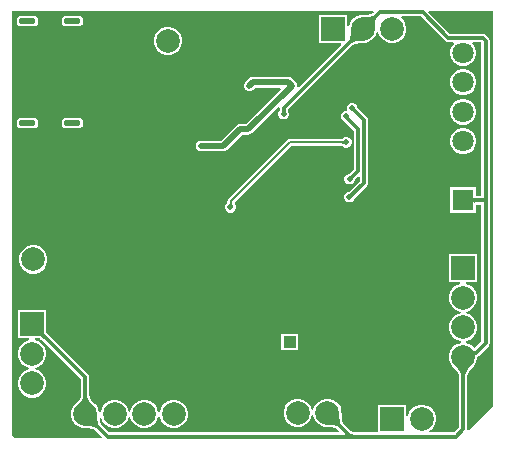
<source format=gbr>
G04*
G04 #@! TF.GenerationSoftware,Altium Limited,Altium Designer,22.4.2 (48)*
G04*
G04 Layer_Physical_Order=2*
G04 Layer_Color=16711680*
%FSLAX25Y25*%
%MOIN*%
G70*
G04*
G04 #@! TF.SameCoordinates,BD52291B-EC81-4074-921C-677567915CDC*
G04*
G04*
G04 #@! TF.FilePolarity,Positive*
G04*
G01*
G75*
%ADD10C,0.00787*%
%ADD11C,0.01181*%
%ADD44R,0.03937X0.03937*%
%ADD56C,0.01968*%
%ADD57R,0.07874X0.07874*%
%ADD58C,0.07874*%
%ADD59C,0.07087*%
%ADD60R,0.07087X0.07087*%
%ADD61R,0.07874X0.07874*%
%ADD62C,0.03937*%
G04:AMPARAMS|DCode=63|XSize=55.12mil|YSize=19.68mil|CornerRadius=4.92mil|HoleSize=0mil|Usage=FLASHONLY|Rotation=0.000|XOffset=0mil|YOffset=0mil|HoleType=Round|Shape=RoundedRectangle|*
%AMROUNDEDRECTD63*
21,1,0.05512,0.00984,0,0,0.0*
21,1,0.04528,0.01968,0,0,0.0*
1,1,0.00984,0.02264,-0.00492*
1,1,0.00984,-0.02264,-0.00492*
1,1,0.00984,-0.02264,0.00492*
1,1,0.00984,0.02264,0.00492*
%
%ADD63ROUNDEDRECTD63*%
%ADD64C,0.01968*%
G36*
X121839Y141542D02*
X121459Y141163D01*
X121430Y141138D01*
X121270Y141036D01*
X121058Y140936D01*
X120794Y140841D01*
X120477Y140757D01*
X120110Y140686D01*
X119702Y140632D01*
X118708Y140570D01*
X118145Y140566D01*
X118071Y140551D01*
X117488D01*
X116287Y140229D01*
X115209Y139607D01*
X114330Y138728D01*
X113708Y137650D01*
X113492Y136846D01*
X112992Y136911D01*
Y140551D01*
X103543D01*
Y131102D01*
X110746D01*
X110937Y130640D01*
X96722Y116425D01*
X96522Y116491D01*
X96260Y116670D01*
Y116755D01*
X96295Y116929D01*
X96260Y117104D01*
Y117281D01*
X96192Y117446D01*
X96157Y117620D01*
X96058Y117768D01*
X95990Y117933D01*
X95864Y118059D01*
X95766Y118206D01*
X94584Y119387D01*
X93998Y119779D01*
X93307Y119917D01*
X81496D01*
X80805Y119779D01*
X80219Y119387D01*
X79038Y118206D01*
X78939Y118059D01*
X78813Y117933D01*
X78745Y117768D01*
X78646Y117620D01*
X78611Y117446D01*
X78543Y117281D01*
Y117104D01*
X78509Y116929D01*
X78543Y116755D01*
Y116577D01*
X78611Y116412D01*
X78646Y116238D01*
X78745Y116090D01*
X78813Y115926D01*
X78939Y115800D01*
X79038Y115652D01*
X79186Y115553D01*
X79311Y115427D01*
X79476Y115359D01*
X79624Y115260D01*
X79798Y115226D01*
X79963Y115157D01*
X80141D01*
X80315Y115123D01*
X80489Y115157D01*
X80667D01*
X80832Y115226D01*
X81006Y115260D01*
X81154Y115359D01*
X81318Y115427D01*
X81444Y115553D01*
X81592Y115652D01*
X82244Y116304D01*
X90655D01*
X90846Y115842D01*
X79173Y104169D01*
X77165D01*
X76474Y104031D01*
X75888Y103639D01*
X70905Y98657D01*
X64173D01*
X63999Y98622D01*
X63821D01*
X63657Y98554D01*
X63482Y98519D01*
X63334Y98420D01*
X63170Y98352D01*
X63044Y98226D01*
X62896Y98128D01*
X62797Y97980D01*
X62671Y97854D01*
X62603Y97690D01*
X62504Y97542D01*
X62470Y97367D01*
X62402Y97203D01*
Y97025D01*
X62367Y96850D01*
X62402Y96676D01*
Y96498D01*
X62470Y96334D01*
X62504Y96159D01*
X62603Y96011D01*
X62671Y95847D01*
X62797Y95721D01*
X62896Y95573D01*
X63044Y95474D01*
X63170Y95349D01*
X63334Y95280D01*
X63482Y95182D01*
X63657Y95147D01*
X63821Y95079D01*
X63999D01*
X64173Y95044D01*
X71653D01*
X71828Y95079D01*
X72006D01*
X72170Y95147D01*
X72345Y95182D01*
X72493Y95280D01*
X72657Y95349D01*
X72783Y95474D01*
X72931Y95573D01*
X77914Y100556D01*
X79921D01*
X80612Y100693D01*
X81199Y101085D01*
X90031Y109918D01*
X90492Y109672D01*
X90478Y109599D01*
Y108731D01*
X90230Y108484D01*
X89961Y107833D01*
Y107128D01*
X90230Y106477D01*
X90729Y105978D01*
X91380Y105709D01*
X92085D01*
X92736Y105978D01*
X93234Y106477D01*
X93504Y107128D01*
Y107833D01*
X93295Y108338D01*
X93288Y108448D01*
Y109018D01*
X114761Y130491D01*
X114790Y130516D01*
X114951Y130617D01*
X115162Y130718D01*
X115427Y130812D01*
X115743Y130896D01*
X116110Y130967D01*
X116519Y131022D01*
X117513Y131084D01*
X118076Y131087D01*
X118150Y131102D01*
X118732D01*
X119934Y131424D01*
X121011Y132046D01*
X121891Y132926D01*
X122513Y134003D01*
X122773Y134974D01*
X123290D01*
X123550Y134003D01*
X124172Y132926D01*
X125052Y132046D01*
X126129Y131424D01*
X127331Y131102D01*
X128575D01*
X129776Y131424D01*
X130854Y132046D01*
X131733Y132926D01*
X132355Y134003D01*
X132677Y135205D01*
Y136449D01*
X132355Y137650D01*
X131733Y138728D01*
X130929Y139532D01*
X131035Y140032D01*
X137509D01*
X145660Y131881D01*
X146116Y131576D01*
X146653Y131469D01*
X148259D01*
X148467Y130969D01*
X148109Y130612D01*
X147539Y129624D01*
X147244Y128523D01*
Y127383D01*
X147539Y126281D01*
X148109Y125294D01*
X148916Y124487D01*
X149903Y123917D01*
X151005Y123622D01*
X152145D01*
X153246Y123917D01*
X154234Y124487D01*
X155040Y125294D01*
X155610Y126281D01*
X155905Y127383D01*
Y128523D01*
X155610Y129624D01*
X155040Y130612D01*
X154683Y130969D01*
X154890Y131469D01*
X157489D01*
X157650Y131308D01*
Y80145D01*
X156031D01*
X155958Y80151D01*
X155905Y80160D01*
Y83071D01*
X147244D01*
Y74410D01*
X155905D01*
Y77320D01*
X155958Y77329D01*
X156031Y77335D01*
X157650D01*
Y31684D01*
X155431Y29466D01*
X155355Y29476D01*
X154476Y30355D01*
X153398Y30977D01*
X152428Y31237D01*
Y31755D01*
X153398Y32015D01*
X154476Y32637D01*
X155355Y33516D01*
X155977Y34594D01*
X156299Y35795D01*
Y37039D01*
X155977Y38241D01*
X155355Y39318D01*
X154476Y40198D01*
X153398Y40820D01*
X152428Y41080D01*
Y41597D01*
X153398Y41857D01*
X154476Y42479D01*
X155355Y43359D01*
X155977Y44436D01*
X156299Y45638D01*
Y46882D01*
X155977Y48083D01*
X155355Y49161D01*
X154476Y50040D01*
X153398Y50662D01*
X152594Y50878D01*
X152659Y51378D01*
X156299D01*
Y60827D01*
X146850D01*
Y51378D01*
X150490D01*
X150556Y50878D01*
X149751Y50662D01*
X148674Y50040D01*
X147794Y49161D01*
X147172Y48083D01*
X146850Y46882D01*
Y45638D01*
X147172Y44436D01*
X147794Y43359D01*
X148674Y42479D01*
X149751Y41857D01*
X150722Y41597D01*
Y41080D01*
X149751Y40820D01*
X148674Y40198D01*
X147794Y39318D01*
X147172Y38241D01*
X146850Y37039D01*
Y35795D01*
X147172Y34594D01*
X147794Y33516D01*
X148674Y32637D01*
X149751Y32015D01*
X150722Y31755D01*
Y31237D01*
X149751Y30977D01*
X148674Y30355D01*
X147794Y29476D01*
X147172Y28398D01*
X146850Y27197D01*
Y25953D01*
X147172Y24751D01*
X147794Y23674D01*
X148206Y23262D01*
X148248Y23199D01*
X148643Y22798D01*
X149303Y22052D01*
X149553Y21724D01*
X149762Y21415D01*
X149926Y21131D01*
X150047Y20877D01*
X150125Y20657D01*
X150167Y20471D01*
X150170Y20434D01*
Y2944D01*
X148631Y1405D01*
X140449D01*
X140315Y1905D01*
X140696Y2125D01*
X141576Y3005D01*
X142198Y4082D01*
X142520Y5283D01*
Y6527D01*
X142198Y7729D01*
X141576Y8806D01*
X140696Y9686D01*
X139619Y10308D01*
X138417Y10630D01*
X137173D01*
X135972Y10308D01*
X134894Y9686D01*
X134015Y8806D01*
X133393Y7729D01*
X133177Y6924D01*
X132677Y6990D01*
Y10630D01*
X123228D01*
Y1405D01*
X115382D01*
X115260Y1418D01*
X115104Y1448D01*
X114955Y1489D01*
X114812Y1542D01*
X114674Y1606D01*
X114539Y1682D01*
X114408Y1771D01*
X114312Y1848D01*
X111635Y4525D01*
X111610Y4554D01*
X111509Y4715D01*
X111408Y4926D01*
X111314Y5190D01*
X111230Y5507D01*
X111159Y5874D01*
X111104Y6283D01*
X111042Y7277D01*
X111039Y7840D01*
X111024Y7914D01*
Y8496D01*
X110702Y9698D01*
X110080Y10775D01*
X109200Y11654D01*
X108123Y12276D01*
X106921Y12598D01*
X105677D01*
X104476Y12276D01*
X103398Y11654D01*
X102519Y10775D01*
X101897Y9698D01*
X101637Y8727D01*
X101119D01*
X100859Y9698D01*
X100237Y10775D01*
X99358Y11654D01*
X98280Y12276D01*
X97079Y12598D01*
X95835D01*
X94633Y12276D01*
X93556Y11654D01*
X92676Y10775D01*
X92054Y9698D01*
X91732Y8496D01*
Y7252D01*
X92054Y6050D01*
X92676Y4973D01*
X93556Y4093D01*
X94633Y3472D01*
X95835Y3150D01*
X97079D01*
X98280Y3472D01*
X99358Y4093D01*
X100237Y4973D01*
X100859Y6050D01*
X101119Y7021D01*
X101637D01*
X101897Y6050D01*
X102519Y4973D01*
X103398Y4093D01*
X104476Y3472D01*
X105677Y3150D01*
X106260D01*
X106334Y3134D01*
X106896Y3131D01*
X107891Y3069D01*
X108299Y3015D01*
X108666Y2944D01*
X108983Y2859D01*
X109247Y2765D01*
X109459Y2664D01*
X109619Y2563D01*
X109648Y2538D01*
X110319Y1867D01*
X110128Y1405D01*
X33653D01*
X30926Y4131D01*
X30902Y4160D01*
X30800Y4321D01*
X30700Y4532D01*
X30605Y4797D01*
X30521Y5113D01*
X30450Y5480D01*
X30395Y5889D01*
X30379Y6158D01*
X30875Y6239D01*
X31031Y5657D01*
X31653Y4579D01*
X32532Y3700D01*
X33610Y3078D01*
X34811Y2756D01*
X36055D01*
X37257Y3078D01*
X38334Y3700D01*
X39213Y4579D01*
X39836Y5657D01*
X40095Y6627D01*
X40613D01*
X40873Y5657D01*
X41495Y4579D01*
X42375Y3700D01*
X43452Y3078D01*
X44654Y2756D01*
X45898D01*
X47099Y3078D01*
X48176Y3700D01*
X49056Y4579D01*
X49678Y5657D01*
X49938Y6627D01*
X50456D01*
X50716Y5657D01*
X51338Y4579D01*
X52217Y3700D01*
X53295Y3078D01*
X54496Y2756D01*
X55740D01*
X56942Y3078D01*
X58019Y3700D01*
X58899Y4579D01*
X59521Y5657D01*
X59842Y6858D01*
Y8102D01*
X59521Y9304D01*
X58899Y10381D01*
X58019Y11261D01*
X56942Y11883D01*
X55740Y12205D01*
X54496D01*
X53295Y11883D01*
X52217Y11261D01*
X51338Y10381D01*
X50716Y9304D01*
X50456Y8334D01*
X49938D01*
X49678Y9304D01*
X49056Y10381D01*
X48176Y11261D01*
X47099Y11883D01*
X45898Y12205D01*
X44654D01*
X43452Y11883D01*
X42375Y11261D01*
X41495Y10381D01*
X40873Y9304D01*
X40613Y8334D01*
X40095D01*
X39836Y9304D01*
X39213Y10381D01*
X38334Y11261D01*
X37257Y11883D01*
X36055Y12205D01*
X34811D01*
X33610Y11883D01*
X32532Y11261D01*
X31653Y10381D01*
X31031Y9304D01*
X30771Y8334D01*
X30253D01*
X29993Y9304D01*
X29371Y10381D01*
X28959Y10793D01*
X28918Y10856D01*
X28522Y11257D01*
X27863Y12003D01*
X27613Y12331D01*
X27403Y12641D01*
X27239Y12924D01*
X27119Y13178D01*
X27040Y13398D01*
X26998Y13584D01*
X26996Y13621D01*
Y19685D01*
X26888Y20223D01*
X26584Y20678D01*
X13000Y34263D01*
X12808Y34469D01*
X12676Y34634D01*
X12598Y34746D01*
Y35130D01*
X12602Y35147D01*
X12598Y35164D01*
Y42126D01*
X3150D01*
Y32677D01*
X6790D01*
X6855Y32177D01*
X6050Y31962D01*
X4973Y31339D01*
X4093Y30460D01*
X3472Y29383D01*
X3150Y28181D01*
Y26937D01*
X3472Y25736D01*
X4093Y24658D01*
X4973Y23779D01*
X6050Y23157D01*
X7021Y22897D01*
Y22379D01*
X6050Y22119D01*
X4973Y21497D01*
X4093Y20617D01*
X3472Y19540D01*
X3150Y18338D01*
Y17095D01*
X3472Y15893D01*
X4093Y14816D01*
X4973Y13936D01*
X6050Y13314D01*
X7252Y12992D01*
X8496D01*
X9698Y13314D01*
X10775Y13936D01*
X11654Y14816D01*
X12276Y15893D01*
X12598Y17095D01*
Y18338D01*
X12276Y19540D01*
X11654Y20617D01*
X10775Y21497D01*
X9698Y22119D01*
X8727Y22379D01*
Y22897D01*
X9698Y23157D01*
X10775Y23779D01*
X11654Y24658D01*
X12276Y25736D01*
X12598Y26937D01*
Y28181D01*
X12276Y29383D01*
X11654Y30460D01*
X10775Y31339D01*
X9698Y31962D01*
X8893Y32177D01*
X8958Y32677D01*
X10112D01*
X10129Y32674D01*
X10146Y32677D01*
X10530D01*
X10633Y32605D01*
X10961Y32328D01*
X24186Y19103D01*
Y13621D01*
X24183Y13584D01*
X24141Y13398D01*
X24062Y13178D01*
X23942Y12924D01*
X23778Y12641D01*
X23568Y12331D01*
X23318Y12003D01*
X22659Y11257D01*
X22264Y10856D01*
X22222Y10793D01*
X21810Y10381D01*
X21188Y9304D01*
X20866Y8102D01*
Y6858D01*
X21188Y5657D01*
X21810Y4579D01*
X22690Y3700D01*
X23767Y3078D01*
X24969Y2756D01*
X25551D01*
X25625Y2741D01*
X26188Y2737D01*
X27182Y2675D01*
X27590Y2621D01*
X27958Y2550D01*
X28274Y2466D01*
X28539Y2371D01*
X28750Y2271D01*
X28911Y2169D01*
X28940Y2145D01*
X31189Y-106D01*
X30998Y-567D01*
X2172D01*
X1204Y400D01*
Y142004D01*
X121648D01*
X121839Y141542D01*
D02*
G37*
G36*
X122950Y139832D02*
X122773Y139624D01*
X122616Y139374D01*
X122477Y139083D01*
X122358Y138749D01*
X122258Y138374D01*
X122177Y137956D01*
X122116Y137496D01*
X122051Y136451D01*
X122047Y135866D01*
X118150Y139764D01*
X118735Y139767D01*
X119780Y139832D01*
X120239Y139894D01*
X120657Y139974D01*
X121033Y140074D01*
X121366Y140194D01*
X121658Y140332D01*
X121908Y140490D01*
X122115Y140667D01*
X122950Y139832D01*
D02*
G37*
G36*
X118071Y131890D02*
X117485Y131886D01*
X116440Y131821D01*
X115981Y131760D01*
X115563Y131679D01*
X115188Y131579D01*
X114854Y131460D01*
X114563Y131321D01*
X114313Y131164D01*
X114105Y130986D01*
X113270Y131822D01*
X113447Y132029D01*
X113605Y132279D01*
X113743Y132571D01*
X113863Y132904D01*
X113963Y133280D01*
X114043Y133697D01*
X114105Y134157D01*
X114170Y135202D01*
X114173Y135787D01*
X118071Y131890D01*
D02*
G37*
G36*
X92474Y108718D02*
X92474Y108607D01*
X92504Y108116D01*
X92512Y108087D01*
X92521Y108070D01*
X91159Y108280D01*
X91184Y108304D01*
X91207Y108338D01*
X91227Y108381D01*
X91244Y108434D01*
X91259Y108496D01*
X91271Y108568D01*
X91287Y108740D01*
X91291Y108841D01*
X91292Y108951D01*
X92474Y108718D01*
D02*
G37*
G36*
X155106Y79809D02*
X155142Y79709D01*
X155201Y79620D01*
X155285Y79543D01*
X155392Y79478D01*
X155524Y79425D01*
X155679Y79384D01*
X155858Y79354D01*
X156061Y79337D01*
X156287Y79331D01*
Y78150D01*
X156061Y78144D01*
X155858Y78126D01*
X155679Y78096D01*
X155524Y78055D01*
X155392Y78002D01*
X155285Y77937D01*
X155201Y77860D01*
X155142Y77772D01*
X155106Y77671D01*
X155094Y77559D01*
Y79921D01*
X155106Y79809D01*
D02*
G37*
G36*
X11732Y35055D02*
X11699Y34947D01*
Y34821D01*
X11732Y34679D01*
X11799Y34521D01*
X11899Y34345D01*
X12033Y34153D01*
X12200Y33944D01*
X12634Y33477D01*
X11799Y32641D01*
X11557Y32875D01*
X11123Y33243D01*
X10931Y33376D01*
X10755Y33477D01*
X10596Y33543D01*
X10454Y33577D01*
X10329D01*
X10221Y33543D01*
X10129Y33477D01*
X11799Y35147D01*
X11732Y35055D01*
D02*
G37*
G36*
X155808Y27265D02*
X155449Y27277D01*
X155061Y28404D01*
X155808Y28446D01*
Y27265D01*
D02*
G37*
G36*
X153919Y23347D02*
X153226Y22562D01*
X152945Y22194D01*
X152707Y21841D01*
X152512Y21505D01*
X152360Y21185D01*
X152252Y20880D01*
X152187Y20592D01*
X152165Y20320D01*
X150984D01*
X150963Y20592D01*
X150898Y20880D01*
X150789Y21185D01*
X150638Y21505D01*
X150443Y21841D01*
X150205Y22194D01*
X149923Y22562D01*
X149230Y23347D01*
X148819Y23763D01*
X154331D01*
X153919Y23347D01*
D02*
G37*
G36*
X26203Y13463D02*
X26268Y13175D01*
X26376Y12870D01*
X26528Y12550D01*
X26722Y12214D01*
X26961Y11862D01*
X27242Y11493D01*
X27935Y10708D01*
X28346Y10292D01*
X22835D01*
X23246Y10708D01*
X23939Y11493D01*
X24220Y11862D01*
X24459Y12214D01*
X24654Y12550D01*
X24805Y12870D01*
X24913Y13175D01*
X24978Y13463D01*
X25000Y13735D01*
X26181D01*
X26203Y13463D01*
D02*
G37*
G36*
X110240Y7249D02*
X110305Y6204D01*
X110366Y5745D01*
X110447Y5327D01*
X110547Y4952D01*
X110666Y4618D01*
X110804Y4326D01*
X110962Y4077D01*
X111140Y3869D01*
X110304Y3034D01*
X110097Y3211D01*
X109847Y3369D01*
X109555Y3507D01*
X109222Y3627D01*
X108846Y3726D01*
X108428Y3807D01*
X107969Y3869D01*
X106924Y3934D01*
X106339Y3937D01*
X110236Y7835D01*
X110240Y7249D01*
D02*
G37*
G36*
X29531Y6855D02*
X29596Y5811D01*
X29657Y5351D01*
X29738Y4933D01*
X29838Y4558D01*
X29957Y4224D01*
X30096Y3933D01*
X30254Y3683D01*
X30431Y3475D01*
X29596Y2640D01*
X29388Y2817D01*
X29138Y2975D01*
X28847Y3114D01*
X28513Y3233D01*
X28137Y3333D01*
X27720Y3413D01*
X27260Y3475D01*
X26215Y3540D01*
X25630Y3543D01*
X29527Y7441D01*
X29531Y6855D01*
D02*
G37*
G36*
X161591Y10341D02*
X153459Y2210D01*
X153158Y2305D01*
X152980Y2437D01*
Y20434D01*
X152983Y20471D01*
X153024Y20657D01*
X153103Y20877D01*
X153223Y21131D01*
X153387Y21415D01*
X153597Y21725D01*
X153847Y22052D01*
X154506Y22798D01*
X154902Y23199D01*
X154944Y23262D01*
X155355Y23674D01*
X155977Y24751D01*
X156299Y25953D01*
Y26548D01*
X156346Y26557D01*
X156802Y26862D01*
X160049Y30109D01*
X160353Y30565D01*
X160460Y31102D01*
Y79432D01*
Y131890D01*
X160353Y132427D01*
X160049Y132883D01*
X159064Y133868D01*
X158608Y134172D01*
X158071Y134279D01*
X147236D01*
X139972Y141542D01*
X140163Y142004D01*
X161591D01*
Y10341D01*
D02*
G37*
G36*
X113753Y1267D02*
X113931Y1125D01*
X114115Y1000D01*
X114306Y891D01*
X114504Y799D01*
X114709Y724D01*
X114921Y666D01*
X115140Y624D01*
X115366Y599D01*
X115599Y591D01*
X114173Y-591D01*
X111566Y591D01*
X111783Y599D01*
X111958Y624D01*
X112094Y666D01*
X112189Y724D01*
X112243Y799D01*
X112258Y891D01*
X112232Y1000D01*
X112166Y1125D01*
X112059Y1267D01*
X111912Y1426D01*
X113583D01*
X113753Y1267D01*
D02*
G37*
%LPC*%
G36*
X23524Y140340D02*
X18996D01*
X18870Y140315D01*
X18504D01*
Y140242D01*
X18497Y140241D01*
X18074Y139958D01*
X17791Y139535D01*
X17692Y139035D01*
Y138051D01*
X17791Y137552D01*
X18074Y137129D01*
X18497Y136846D01*
X18504Y136845D01*
Y136772D01*
X18870D01*
X18996Y136747D01*
X23524D01*
X23650Y136772D01*
X24016D01*
Y136845D01*
X24023Y136846D01*
X24446Y137129D01*
X24729Y137552D01*
X24828Y138051D01*
Y139035D01*
X24729Y139535D01*
X24446Y139958D01*
X24023Y140241D01*
X24016Y140242D01*
Y140315D01*
X23650D01*
X23524Y140340D01*
D02*
G37*
G36*
X8563D02*
X4035D01*
X3909Y140315D01*
X3543D01*
Y140242D01*
X3536Y140241D01*
X3113Y139958D01*
X2830Y139535D01*
X2731Y139035D01*
Y138051D01*
X2830Y137552D01*
X3113Y137129D01*
X3536Y136846D01*
X3543Y136845D01*
Y136772D01*
X3909D01*
X4035Y136747D01*
X8563D01*
X8689Y136772D01*
X9055D01*
Y136845D01*
X9062Y136846D01*
X9486Y137129D01*
X9768Y137552D01*
X9868Y138051D01*
Y139035D01*
X9768Y139535D01*
X9486Y139958D01*
X9062Y140241D01*
X9055Y140242D01*
Y140315D01*
X8689D01*
X8563Y140340D01*
D02*
G37*
G36*
X53772Y136614D02*
X52528D01*
X51326Y136292D01*
X50249Y135670D01*
X49369Y134791D01*
X48747Y133713D01*
X48425Y132512D01*
Y131268D01*
X48747Y130066D01*
X49369Y128989D01*
X50249Y128109D01*
X51326Y127487D01*
X52528Y127165D01*
X53772D01*
X54973Y127487D01*
X56050Y128109D01*
X56930Y128989D01*
X57552Y130066D01*
X57874Y131268D01*
Y132512D01*
X57552Y133713D01*
X56930Y134791D01*
X56050Y135670D01*
X54973Y136292D01*
X53772Y136614D01*
D02*
G37*
G36*
X152145Y122441D02*
X151005D01*
X149903Y122146D01*
X148916Y121576D01*
X148109Y120769D01*
X147539Y119782D01*
X147244Y118680D01*
Y117540D01*
X147539Y116439D01*
X148109Y115451D01*
X148916Y114645D01*
X149903Y114075D01*
X151005Y113779D01*
X152145D01*
X153246Y114075D01*
X154234Y114645D01*
X155040Y115451D01*
X155610Y116439D01*
X155905Y117540D01*
Y118680D01*
X155610Y119782D01*
X155040Y120769D01*
X154234Y121576D01*
X153246Y122146D01*
X152145Y122441D01*
D02*
G37*
G36*
Y112598D02*
X151005D01*
X149903Y112303D01*
X148916Y111733D01*
X148109Y110927D01*
X147539Y109939D01*
X147244Y108838D01*
Y107698D01*
X147539Y106596D01*
X148109Y105609D01*
X148916Y104802D01*
X149903Y104232D01*
X151005Y103937D01*
X152145D01*
X153246Y104232D01*
X154234Y104802D01*
X155040Y105609D01*
X155610Y106596D01*
X155905Y107698D01*
Y108838D01*
X155610Y109939D01*
X155040Y110927D01*
X154234Y111733D01*
X153246Y112303D01*
X152145Y112598D01*
D02*
G37*
G36*
X23524Y106324D02*
X18996D01*
X18870Y106299D01*
X18504D01*
Y106226D01*
X18497Y106225D01*
X18074Y105942D01*
X17791Y105519D01*
X17692Y105020D01*
Y104035D01*
X17791Y103536D01*
X18074Y103113D01*
X18497Y102830D01*
X18504Y102829D01*
Y102756D01*
X18870D01*
X18996Y102731D01*
X23524D01*
X23650Y102756D01*
X24016D01*
Y102829D01*
X24023Y102830D01*
X24446Y103113D01*
X24729Y103536D01*
X24828Y104035D01*
Y105020D01*
X24729Y105519D01*
X24446Y105942D01*
X24023Y106225D01*
X24016Y106226D01*
Y106299D01*
X23650D01*
X23524Y106324D01*
D02*
G37*
G36*
X8563D02*
X4035D01*
X3909Y106299D01*
X3543D01*
Y106226D01*
X3536Y106225D01*
X3113Y105942D01*
X2830Y105519D01*
X2731Y105020D01*
Y104035D01*
X2830Y103536D01*
X3113Y103113D01*
X3536Y102830D01*
X3543Y102829D01*
Y102756D01*
X3909D01*
X4035Y102731D01*
X8563D01*
X8689Y102756D01*
X9055D01*
Y102829D01*
X9062Y102830D01*
X9486Y103113D01*
X9768Y103536D01*
X9868Y104035D01*
Y105020D01*
X9768Y105519D01*
X9486Y105942D01*
X9062Y106225D01*
X9055Y106226D01*
Y106299D01*
X8689D01*
X8563Y106324D01*
D02*
G37*
G36*
X112951Y99803D02*
X112246D01*
X111595Y99533D01*
X111403Y99341D01*
X111347Y99307D01*
X111313Y99275D01*
X111305Y99269D01*
X111296Y99263D01*
X111286Y99258D01*
X111272Y99252D01*
X111252Y99245D01*
X111227Y99239D01*
X111207Y99236D01*
X93701D01*
X93240Y99144D01*
X92849Y98883D01*
X92849Y98883D01*
X73361Y79395D01*
X73100Y79004D01*
X73008Y78543D01*
X73008Y78543D01*
Y77876D01*
X72514Y77381D01*
X72244Y76730D01*
Y76026D01*
X72514Y75374D01*
X73012Y74876D01*
X73663Y74606D01*
X74368D01*
X75019Y74876D01*
X75518Y75374D01*
X75787Y76026D01*
Y76730D01*
X75518Y77381D01*
X75467Y77432D01*
X75459Y77450D01*
X75448Y77480D01*
X75437Y77513D01*
X75428Y77552D01*
X75423Y77584D01*
X75417Y77642D01*
Y78044D01*
X94200Y96827D01*
X111207D01*
X111227Y96824D01*
X111252Y96818D01*
X111272Y96811D01*
X111286Y96805D01*
X111296Y96800D01*
X111305Y96794D01*
X111313Y96788D01*
X111347Y96756D01*
X111403Y96722D01*
X111595Y96530D01*
X112246Y96260D01*
X112951D01*
X113602Y96530D01*
X114100Y97028D01*
X114370Y97679D01*
Y98384D01*
X114100Y99035D01*
X113602Y99533D01*
X112951Y99803D01*
D02*
G37*
G36*
X152145Y102756D02*
X151005D01*
X149903Y102461D01*
X148916Y101891D01*
X148109Y101084D01*
X147539Y100097D01*
X147244Y98995D01*
Y97855D01*
X147539Y96754D01*
X148109Y95766D01*
X148916Y94960D01*
X149903Y94390D01*
X151005Y94095D01*
X152145D01*
X153246Y94390D01*
X154234Y94960D01*
X155040Y95766D01*
X155610Y96754D01*
X155905Y97855D01*
Y98995D01*
X155610Y100097D01*
X155040Y101084D01*
X154234Y101891D01*
X153246Y102461D01*
X152145Y102756D01*
D02*
G37*
G36*
X114919Y111221D02*
X114215D01*
X113563Y110951D01*
X113065Y110452D01*
X112795Y109801D01*
Y109096D01*
X112850Y108965D01*
X112516Y108465D01*
X112246D01*
X111595Y108195D01*
X111097Y107696D01*
X110827Y107045D01*
Y106341D01*
X111097Y105689D01*
X111595Y105191D01*
X112100Y104982D01*
X112183Y104909D01*
X115130Y101961D01*
Y89165D01*
X113564Y87598D01*
X113427D01*
X112776Y87329D01*
X112278Y86830D01*
X112008Y86179D01*
Y85474D01*
X112278Y84823D01*
X112776Y84325D01*
X113427Y84055D01*
X114132D01*
X114783Y84325D01*
X115281Y84823D01*
X115551Y85474D01*
Y85608D01*
X115578Y85638D01*
X116637Y86697D01*
X117099Y86506D01*
Y85228D01*
X113469Y81597D01*
X113332D01*
X112680Y81328D01*
X112182Y80829D01*
X111912Y80178D01*
Y79473D01*
X112182Y78822D01*
X112680Y78324D01*
X113332Y78054D01*
X114036D01*
X114688Y78324D01*
X115186Y78822D01*
X115456Y79473D01*
Y79606D01*
X115483Y79637D01*
X119497Y83652D01*
X119802Y84108D01*
X119909Y84646D01*
Y105512D01*
X119802Y106050D01*
X119497Y106505D01*
X116339Y109664D01*
Y109801D01*
X116069Y110452D01*
X115570Y110951D01*
X114919Y111221D01*
D02*
G37*
G36*
X8890Y63779D02*
X7646D01*
X6444Y63458D01*
X5367Y62836D01*
X4487Y61956D01*
X3865Y60879D01*
X3543Y59677D01*
Y58433D01*
X3865Y57232D01*
X4487Y56154D01*
X5367Y55275D01*
X6444Y54653D01*
X7646Y54331D01*
X8890D01*
X10091Y54653D01*
X11169Y55275D01*
X12048Y56154D01*
X12670Y57232D01*
X12992Y58433D01*
Y59677D01*
X12670Y60879D01*
X12048Y61956D01*
X11169Y62836D01*
X10091Y63458D01*
X8890Y63779D01*
D02*
G37*
G36*
X96457Y34252D02*
X90945D01*
Y28740D01*
X96457D01*
Y34252D01*
D02*
G37*
%LPD*%
G36*
X111896Y97342D02*
X111836Y97399D01*
X111771Y97449D01*
X111703Y97493D01*
X111630Y97531D01*
X111553Y97564D01*
X111472Y97591D01*
X111387Y97611D01*
X111298Y97626D01*
X111204Y97635D01*
X111106Y97638D01*
Y98425D01*
X111204Y98428D01*
X111298Y98437D01*
X111387Y98452D01*
X111472Y98472D01*
X111553Y98499D01*
X111630Y98532D01*
X111703Y98570D01*
X111771Y98614D01*
X111836Y98664D01*
X111896Y98721D01*
Y97342D01*
D02*
G37*
G36*
X74606Y77756D02*
X74609Y77659D01*
X74627Y77474D01*
X74642Y77387D01*
X74663Y77302D01*
X74687Y77221D01*
X74717Y77143D01*
X74750Y77069D01*
X74789Y76997D01*
X74831Y76929D01*
X73481Y77204D01*
X73545Y77251D01*
X73603Y77303D01*
X73654Y77362D01*
X73697Y77426D01*
X73734Y77496D01*
X73765Y77571D01*
X73788Y77653D01*
X73805Y77741D01*
X73816Y77834D01*
X73819Y77933D01*
X74606Y77756D01*
D02*
G37*
G36*
X115555Y109409D02*
X115567Y109373D01*
X115587Y109332D01*
X115616Y109285D01*
X115652Y109233D01*
X115750Y109113D01*
X115881Y108971D01*
X115959Y108892D01*
X115124Y108057D01*
X115045Y108135D01*
X114782Y108363D01*
X114730Y108400D01*
X114684Y108429D01*
X114643Y108449D01*
X114607Y108461D01*
X114577Y108465D01*
X115551Y109439D01*
X115555Y109409D01*
D02*
G37*
G36*
X113568Y106498D02*
X113576Y106458D01*
X113593Y106413D01*
X113618Y106364D01*
X113651Y106309D01*
X113693Y106250D01*
X113804Y106117D01*
X113873Y106043D01*
X113950Y105964D01*
X112950Y105293D01*
X112870Y105372D01*
X112502Y105698D01*
X112477Y105712D01*
X112458Y105719D01*
X113569Y106533D01*
X113568Y106498D01*
D02*
G37*
G36*
X115172Y86384D02*
X115094Y86304D01*
X114865Y86042D01*
X114828Y85990D01*
X114800Y85944D01*
X114780Y85903D01*
X114768Y85867D01*
X114764Y85837D01*
X113789Y86811D01*
X113820Y86815D01*
X113855Y86827D01*
X113897Y86847D01*
X113943Y86875D01*
X113995Y86912D01*
X114115Y87010D01*
X114257Y87141D01*
X114336Y87219D01*
X115172Y86384D01*
D02*
G37*
G36*
X115076Y80383D02*
X114998Y80303D01*
X114769Y80041D01*
X114733Y79989D01*
X114704Y79943D01*
X114684Y79902D01*
X114672Y79866D01*
X114668Y79836D01*
X113694Y80810D01*
X113724Y80814D01*
X113760Y80826D01*
X113801Y80846D01*
X113847Y80875D01*
X113900Y80911D01*
X114020Y81009D01*
X114162Y81140D01*
X114241Y81218D01*
X115076Y80383D01*
D02*
G37*
D10*
X74213Y78543D02*
X93701Y98032D01*
X74016Y76378D02*
X74213Y76575D01*
Y78543D01*
X93701Y98032D02*
X112598D01*
D11*
X25591Y7480D02*
Y19685D01*
X7874Y37402D02*
X25591Y19685D01*
Y7480D02*
X33071Y0D01*
X114173D01*
X112598Y106480D02*
X116535Y102543D01*
Y88583D02*
Y102543D01*
X113684Y79826D02*
X118504Y84646D01*
X114567Y109449D02*
X118504Y105512D01*
X113779Y85827D02*
X116535Y88583D01*
X118504Y84646D02*
Y105512D01*
X112598Y106480D02*
Y106693D01*
X149213Y0D02*
X151575Y2362D01*
X114173Y0D02*
X149213D01*
X106299Y7874D02*
X114173Y0D01*
X146653Y132874D02*
X158071D01*
X159055Y131890D01*
X138091Y141437D02*
X146653Y132874D01*
X118110Y135827D02*
X123721Y141437D01*
X138091D01*
X151575Y2362D02*
Y26575D01*
X152855Y27855D01*
X155808D02*
X159055Y31102D01*
Y79432D01*
X152855Y27855D02*
X155808D01*
X159055Y79432D02*
Y131890D01*
X151575Y78740D02*
X158363D01*
X159055Y79432D01*
X91883Y107631D02*
Y109599D01*
X91732Y107480D02*
X91883Y107631D01*
Y109599D02*
X118110Y135827D01*
D44*
X93701Y31496D02*
D03*
D56*
X81496Y118110D02*
X93307D01*
X80315Y116929D02*
X81496Y118110D01*
X93307D02*
X94488Y116929D01*
X79921Y102362D02*
X94488Y116929D01*
X77165Y102362D02*
X79921D01*
X71653Y96850D02*
X77165Y102362D01*
X64173Y96850D02*
X71653D01*
D57*
X43307Y131890D02*
D03*
X108268Y135827D02*
D03*
X127953Y5906D02*
D03*
X86614Y7874D02*
D03*
X64961Y7480D02*
D03*
D58*
X53150Y131890D02*
D03*
X118110Y135827D02*
D03*
X127953D02*
D03*
X8268Y59055D02*
D03*
X151575Y46260D02*
D03*
Y36417D02*
D03*
Y26575D02*
D03*
X137795Y5906D02*
D03*
X96457Y7874D02*
D03*
X106299D02*
D03*
X35433Y7480D02*
D03*
X45276D02*
D03*
X55118D02*
D03*
X25591D02*
D03*
X7874Y27559D02*
D03*
Y17717D02*
D03*
Y7874D02*
D03*
D59*
X151575Y137795D02*
D03*
Y127953D02*
D03*
Y118110D02*
D03*
Y88583D02*
D03*
Y98425D02*
D03*
Y108268D02*
D03*
D60*
Y78740D02*
D03*
D61*
X8268Y68898D02*
D03*
X151575Y56102D02*
D03*
X7874Y37402D02*
D03*
D62*
X85827Y31496D02*
D03*
X13780Y133858D02*
D03*
D63*
X6299Y104528D02*
D03*
X21260D02*
D03*
Y138543D02*
D03*
X6299D02*
D03*
D64*
X62992Y71260D02*
D03*
X49213Y101575D02*
D03*
X74016Y76378D02*
D03*
X112598Y98032D02*
D03*
X98032Y72441D02*
D03*
X110236Y51181D02*
D03*
X113779Y85827D02*
D03*
X113684Y79826D02*
D03*
X112598Y106693D02*
D03*
X114567Y109449D02*
D03*
X103543Y117717D02*
D03*
X97244Y101181D02*
D03*
X96063Y110236D02*
D03*
X91732Y107480D02*
D03*
X94488Y116929D02*
D03*
X80315D02*
D03*
X71653Y96850D02*
D03*
X64173D02*
D03*
M02*

</source>
